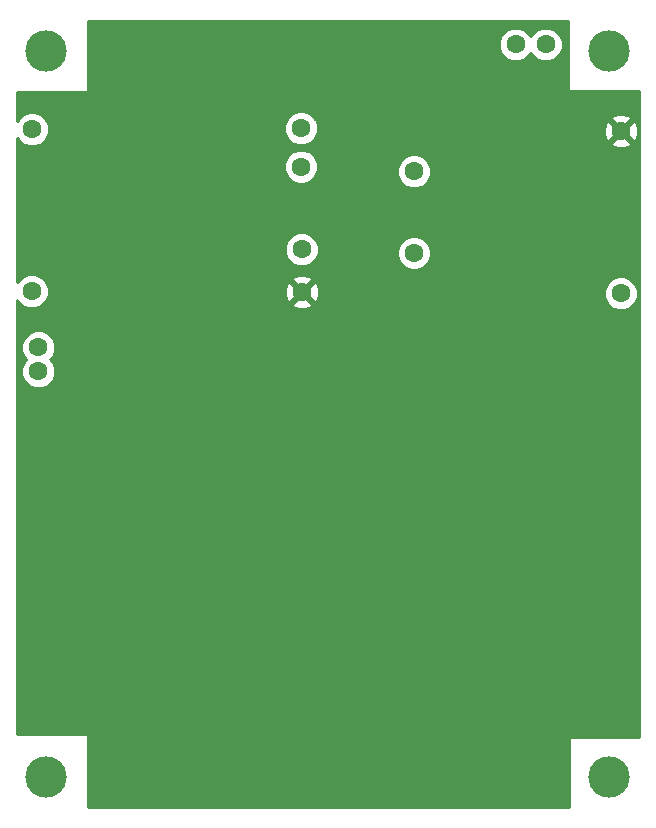
<source format=gbr>
G04 #@! TF.GenerationSoftware,KiCad,Pcbnew,5.0.2+dfsg1-1~bpo9+1*
G04 #@! TF.CreationDate,2019-07-11T09:36:16+01:00*
G04 #@! TF.ProjectId,arduboy_with_flashcart_port_smd_back,61726475-626f-4795-9f77-6974685f666c,rev?*
G04 #@! TF.SameCoordinates,Original*
G04 #@! TF.FileFunction,Copper,L2,Bot*
G04 #@! TF.FilePolarity,Positive*
%FSLAX46Y46*%
G04 Gerber Fmt 4.6, Leading zero omitted, Abs format (unit mm)*
G04 Created by KiCad (PCBNEW 5.0.2+dfsg1-1~bpo9+1) date Thu 11 Jul 2019 09:36:16 BST*
%MOMM*%
%LPD*%
G01*
G04 APERTURE LIST*
G04 #@! TA.AperFunction,ComponentPad*
%ADD10C,1.600000*%
G04 #@! TD*
G04 #@! TA.AperFunction,ComponentPad*
%ADD11C,3.500000*%
G04 #@! TD*
G04 #@! TA.AperFunction,Conductor*
%ADD12C,0.254000*%
G04 #@! TD*
G04 APERTURE END LIST*
D10*
G04 #@! TO.P,U1,1*
G04 #@! TO.N,Net-(SW1-Pad2)*
X97993200Y-82727800D03*
G04 #@! TO.P,U1,2*
G04 #@! TO.N,Net-(U1-Pad2)*
X97993200Y-69011800D03*
G04 #@! TO.P,U1,3*
G04 #@! TO.N,Net-(U1-Pad3)*
X80479900Y-79324200D03*
G04 #@! TO.P,U1,4*
G04 #@! TO.N,Net-(U1-Pad4)*
X80479900Y-72415400D03*
G04 #@! TD*
D11*
G04 #@! TO.P,U2,1*
G04 #@! TO.N,Net-(U2-Pad1)*
X49339500Y-123698000D03*
G04 #@! TD*
G04 #@! TO.P,U5,1*
G04 #@! TO.N,Net-(U5-Pad1)*
X49339500Y-62230000D03*
G04 #@! TD*
G04 #@! TO.P,U6,1*
G04 #@! TO.N,Net-(U6-Pad1)*
X97015300Y-123698000D03*
G04 #@! TD*
G04 #@! TO.P,U7,1*
G04 #@! TO.N,Net-(U7-Pad1)*
X97015300Y-62204600D03*
G04 #@! TD*
D10*
G04 #@! TO.P,U8,1*
G04 #@! TO.N,Net-(U1-Pad3)*
X91630500Y-61671200D03*
G04 #@! TO.P,U8,2*
G04 #@! TO.N,Net-(U1-Pad4)*
X89090500Y-61671200D03*
G04 #@! TD*
G04 #@! TO.P,U3,1*
G04 #@! TO.N,Net-(U3-Pad1)*
X48666400Y-87312500D03*
G04 #@! TO.P,U3,2*
G04 #@! TO.N,Net-(U3-Pad2)*
X48666400Y-89344500D03*
G04 #@! TD*
G04 #@! TO.P,U4,1*
G04 #@! TO.N,Net-(U4-Pad1)*
X48133000Y-68846700D03*
G04 #@! TO.P,U4,2*
G04 #@! TO.N,Net-(U4-Pad2)*
X48120300Y-82562700D03*
G04 #@! TO.P,U4,3*
G04 #@! TO.N,Net-(SW1-Pad1)*
X70916800Y-68770500D03*
G04 #@! TO.P,U4,4*
G04 #@! TO.N,Net-(U3-Pad2)*
X70916800Y-72021700D03*
G04 #@! TO.P,U4,6*
G04 #@! TO.N,Net-(U1-Pad2)*
X70980300Y-82626200D03*
G04 #@! TO.P,U4,5*
G04 #@! TO.N,Net-(U3-Pad1)*
X70980300Y-79006700D03*
G04 #@! TD*
D12*
G04 #@! TO.N,Net-(U1-Pad2)*
G36*
X93497400Y-65455800D02*
X93507067Y-65504401D01*
X93534597Y-65545603D01*
X93575799Y-65573133D01*
X93624652Y-65582800D01*
X99531101Y-65571058D01*
X99531100Y-120296340D01*
X93712788Y-120319801D01*
X93664226Y-120329664D01*
X93623136Y-120357360D01*
X93595772Y-120398673D01*
X93586300Y-120446800D01*
X93586300Y-126213800D01*
X52882800Y-126213800D01*
X52882800Y-120154700D01*
X52873133Y-120106099D01*
X52845603Y-120064897D01*
X52804401Y-120037367D01*
X52755800Y-120027700D01*
X46874500Y-120027700D01*
X46874500Y-87027061D01*
X47231400Y-87027061D01*
X47231400Y-87597939D01*
X47449866Y-88125362D01*
X47653004Y-88328500D01*
X47449866Y-88531638D01*
X47231400Y-89059061D01*
X47231400Y-89629939D01*
X47449866Y-90157362D01*
X47853538Y-90561034D01*
X48380961Y-90779500D01*
X48951839Y-90779500D01*
X49479262Y-90561034D01*
X49882934Y-90157362D01*
X50101400Y-89629939D01*
X50101400Y-89059061D01*
X49882934Y-88531638D01*
X49679796Y-88328500D01*
X49882934Y-88125362D01*
X50101400Y-87597939D01*
X50101400Y-87027061D01*
X49882934Y-86499638D01*
X49479262Y-86095966D01*
X48951839Y-85877500D01*
X48380961Y-85877500D01*
X47853538Y-86095966D01*
X47449866Y-86499638D01*
X47231400Y-87027061D01*
X46874500Y-87027061D01*
X46874500Y-83304908D01*
X46903766Y-83375562D01*
X47307438Y-83779234D01*
X47834861Y-83997700D01*
X48405739Y-83997700D01*
X48933162Y-83779234D01*
X49078451Y-83633945D01*
X70152161Y-83633945D01*
X70226295Y-83880064D01*
X70763523Y-84073165D01*
X71333754Y-84045978D01*
X71734305Y-83880064D01*
X71808439Y-83633945D01*
X70980300Y-82805805D01*
X70152161Y-83633945D01*
X49078451Y-83633945D01*
X49336834Y-83375562D01*
X49555300Y-82848139D01*
X49555300Y-82409423D01*
X69533335Y-82409423D01*
X69560522Y-82979654D01*
X69726436Y-83380205D01*
X69972555Y-83454339D01*
X70800695Y-82626200D01*
X71159905Y-82626200D01*
X71988045Y-83454339D01*
X72234164Y-83380205D01*
X72427265Y-82842977D01*
X72408165Y-82442361D01*
X96558200Y-82442361D01*
X96558200Y-83013239D01*
X96776666Y-83540662D01*
X97180338Y-83944334D01*
X97707761Y-84162800D01*
X98278639Y-84162800D01*
X98806062Y-83944334D01*
X99209734Y-83540662D01*
X99428200Y-83013239D01*
X99428200Y-82442361D01*
X99209734Y-81914938D01*
X98806062Y-81511266D01*
X98278639Y-81292800D01*
X97707761Y-81292800D01*
X97180338Y-81511266D01*
X96776666Y-81914938D01*
X96558200Y-82442361D01*
X72408165Y-82442361D01*
X72400078Y-82272746D01*
X72234164Y-81872195D01*
X71988045Y-81798061D01*
X71159905Y-82626200D01*
X70800695Y-82626200D01*
X69972555Y-81798061D01*
X69726436Y-81872195D01*
X69533335Y-82409423D01*
X49555300Y-82409423D01*
X49555300Y-82277261D01*
X49336834Y-81749838D01*
X49205451Y-81618455D01*
X70152161Y-81618455D01*
X70980300Y-82446595D01*
X71808439Y-81618455D01*
X71734305Y-81372336D01*
X71197077Y-81179235D01*
X70626846Y-81206422D01*
X70226295Y-81372336D01*
X70152161Y-81618455D01*
X49205451Y-81618455D01*
X48933162Y-81346166D01*
X48405739Y-81127700D01*
X47834861Y-81127700D01*
X47307438Y-81346166D01*
X46903766Y-81749838D01*
X46874500Y-81820492D01*
X46874500Y-78721261D01*
X69545300Y-78721261D01*
X69545300Y-79292139D01*
X69763766Y-79819562D01*
X70167438Y-80223234D01*
X70694861Y-80441700D01*
X71265739Y-80441700D01*
X71793162Y-80223234D01*
X72196834Y-79819562D01*
X72415300Y-79292139D01*
X72415300Y-79038761D01*
X79044900Y-79038761D01*
X79044900Y-79609639D01*
X79263366Y-80137062D01*
X79667038Y-80540734D01*
X80194461Y-80759200D01*
X80765339Y-80759200D01*
X81292762Y-80540734D01*
X81696434Y-80137062D01*
X81914900Y-79609639D01*
X81914900Y-79038761D01*
X81696434Y-78511338D01*
X81292762Y-78107666D01*
X80765339Y-77889200D01*
X80194461Y-77889200D01*
X79667038Y-78107666D01*
X79263366Y-78511338D01*
X79044900Y-79038761D01*
X72415300Y-79038761D01*
X72415300Y-78721261D01*
X72196834Y-78193838D01*
X71793162Y-77790166D01*
X71265739Y-77571700D01*
X70694861Y-77571700D01*
X70167438Y-77790166D01*
X69763766Y-78193838D01*
X69545300Y-78721261D01*
X46874500Y-78721261D01*
X46874500Y-71736261D01*
X69481800Y-71736261D01*
X69481800Y-72307139D01*
X69700266Y-72834562D01*
X70103938Y-73238234D01*
X70631361Y-73456700D01*
X71202239Y-73456700D01*
X71729662Y-73238234D01*
X72133334Y-72834562D01*
X72351800Y-72307139D01*
X72351800Y-72129961D01*
X79044900Y-72129961D01*
X79044900Y-72700839D01*
X79263366Y-73228262D01*
X79667038Y-73631934D01*
X80194461Y-73850400D01*
X80765339Y-73850400D01*
X81292762Y-73631934D01*
X81696434Y-73228262D01*
X81914900Y-72700839D01*
X81914900Y-72129961D01*
X81696434Y-71602538D01*
X81292762Y-71198866D01*
X80765339Y-70980400D01*
X80194461Y-70980400D01*
X79667038Y-71198866D01*
X79263366Y-71602538D01*
X79044900Y-72129961D01*
X72351800Y-72129961D01*
X72351800Y-71736261D01*
X72133334Y-71208838D01*
X71729662Y-70805166D01*
X71202239Y-70586700D01*
X70631361Y-70586700D01*
X70103938Y-70805166D01*
X69700266Y-71208838D01*
X69481800Y-71736261D01*
X46874500Y-71736261D01*
X46874500Y-69558247D01*
X46916466Y-69659562D01*
X47320138Y-70063234D01*
X47847561Y-70281700D01*
X48418439Y-70281700D01*
X48945862Y-70063234D01*
X49349534Y-69659562D01*
X49568000Y-69132139D01*
X49568000Y-68561261D01*
X49536437Y-68485061D01*
X69481800Y-68485061D01*
X69481800Y-69055939D01*
X69700266Y-69583362D01*
X70103938Y-69987034D01*
X70631361Y-70205500D01*
X71202239Y-70205500D01*
X71651173Y-70019545D01*
X97165061Y-70019545D01*
X97239195Y-70265664D01*
X97776423Y-70458765D01*
X98346654Y-70431578D01*
X98747205Y-70265664D01*
X98821339Y-70019545D01*
X97993200Y-69191405D01*
X97165061Y-70019545D01*
X71651173Y-70019545D01*
X71729662Y-69987034D01*
X72133334Y-69583362D01*
X72351800Y-69055939D01*
X72351800Y-68795023D01*
X96546235Y-68795023D01*
X96573422Y-69365254D01*
X96739336Y-69765805D01*
X96985455Y-69839939D01*
X97813595Y-69011800D01*
X98172805Y-69011800D01*
X99000945Y-69839939D01*
X99247064Y-69765805D01*
X99440165Y-69228577D01*
X99412978Y-68658346D01*
X99247064Y-68257795D01*
X99000945Y-68183661D01*
X98172805Y-69011800D01*
X97813595Y-69011800D01*
X96985455Y-68183661D01*
X96739336Y-68257795D01*
X96546235Y-68795023D01*
X72351800Y-68795023D01*
X72351800Y-68485061D01*
X72152561Y-68004055D01*
X97165061Y-68004055D01*
X97993200Y-68832195D01*
X98821339Y-68004055D01*
X98747205Y-67757936D01*
X98209977Y-67564835D01*
X97639746Y-67592022D01*
X97239195Y-67757936D01*
X97165061Y-68004055D01*
X72152561Y-68004055D01*
X72133334Y-67957638D01*
X71729662Y-67553966D01*
X71202239Y-67335500D01*
X70631361Y-67335500D01*
X70103938Y-67553966D01*
X69700266Y-67957638D01*
X69481800Y-68485061D01*
X49536437Y-68485061D01*
X49349534Y-68033838D01*
X48945862Y-67630166D01*
X48418439Y-67411700D01*
X47847561Y-67411700D01*
X47320138Y-67630166D01*
X46916466Y-68033838D01*
X46874500Y-68135153D01*
X46874500Y-65735200D01*
X52781200Y-65735200D01*
X52829801Y-65725533D01*
X52871003Y-65698003D01*
X52898533Y-65656801D01*
X52908200Y-65608200D01*
X52908200Y-61385761D01*
X87655500Y-61385761D01*
X87655500Y-61956639D01*
X87873966Y-62484062D01*
X88277638Y-62887734D01*
X88805061Y-63106200D01*
X89375939Y-63106200D01*
X89903362Y-62887734D01*
X90307034Y-62484062D01*
X90360500Y-62354984D01*
X90413966Y-62484062D01*
X90817638Y-62887734D01*
X91345061Y-63106200D01*
X91915939Y-63106200D01*
X92443362Y-62887734D01*
X92847034Y-62484062D01*
X93065500Y-61956639D01*
X93065500Y-61385761D01*
X92847034Y-60858338D01*
X92443362Y-60454666D01*
X91915939Y-60236200D01*
X91345061Y-60236200D01*
X90817638Y-60454666D01*
X90413966Y-60858338D01*
X90360500Y-60987416D01*
X90307034Y-60858338D01*
X89903362Y-60454666D01*
X89375939Y-60236200D01*
X88805061Y-60236200D01*
X88277638Y-60454666D01*
X87873966Y-60858338D01*
X87655500Y-61385761D01*
X52908200Y-61385761D01*
X52908200Y-59714200D01*
X93497400Y-59714200D01*
X93497400Y-65455800D01*
X93497400Y-65455800D01*
G37*
X93497400Y-65455800D02*
X93507067Y-65504401D01*
X93534597Y-65545603D01*
X93575799Y-65573133D01*
X93624652Y-65582800D01*
X99531101Y-65571058D01*
X99531100Y-120296340D01*
X93712788Y-120319801D01*
X93664226Y-120329664D01*
X93623136Y-120357360D01*
X93595772Y-120398673D01*
X93586300Y-120446800D01*
X93586300Y-126213800D01*
X52882800Y-126213800D01*
X52882800Y-120154700D01*
X52873133Y-120106099D01*
X52845603Y-120064897D01*
X52804401Y-120037367D01*
X52755800Y-120027700D01*
X46874500Y-120027700D01*
X46874500Y-87027061D01*
X47231400Y-87027061D01*
X47231400Y-87597939D01*
X47449866Y-88125362D01*
X47653004Y-88328500D01*
X47449866Y-88531638D01*
X47231400Y-89059061D01*
X47231400Y-89629939D01*
X47449866Y-90157362D01*
X47853538Y-90561034D01*
X48380961Y-90779500D01*
X48951839Y-90779500D01*
X49479262Y-90561034D01*
X49882934Y-90157362D01*
X50101400Y-89629939D01*
X50101400Y-89059061D01*
X49882934Y-88531638D01*
X49679796Y-88328500D01*
X49882934Y-88125362D01*
X50101400Y-87597939D01*
X50101400Y-87027061D01*
X49882934Y-86499638D01*
X49479262Y-86095966D01*
X48951839Y-85877500D01*
X48380961Y-85877500D01*
X47853538Y-86095966D01*
X47449866Y-86499638D01*
X47231400Y-87027061D01*
X46874500Y-87027061D01*
X46874500Y-83304908D01*
X46903766Y-83375562D01*
X47307438Y-83779234D01*
X47834861Y-83997700D01*
X48405739Y-83997700D01*
X48933162Y-83779234D01*
X49078451Y-83633945D01*
X70152161Y-83633945D01*
X70226295Y-83880064D01*
X70763523Y-84073165D01*
X71333754Y-84045978D01*
X71734305Y-83880064D01*
X71808439Y-83633945D01*
X70980300Y-82805805D01*
X70152161Y-83633945D01*
X49078451Y-83633945D01*
X49336834Y-83375562D01*
X49555300Y-82848139D01*
X49555300Y-82409423D01*
X69533335Y-82409423D01*
X69560522Y-82979654D01*
X69726436Y-83380205D01*
X69972555Y-83454339D01*
X70800695Y-82626200D01*
X71159905Y-82626200D01*
X71988045Y-83454339D01*
X72234164Y-83380205D01*
X72427265Y-82842977D01*
X72408165Y-82442361D01*
X96558200Y-82442361D01*
X96558200Y-83013239D01*
X96776666Y-83540662D01*
X97180338Y-83944334D01*
X97707761Y-84162800D01*
X98278639Y-84162800D01*
X98806062Y-83944334D01*
X99209734Y-83540662D01*
X99428200Y-83013239D01*
X99428200Y-82442361D01*
X99209734Y-81914938D01*
X98806062Y-81511266D01*
X98278639Y-81292800D01*
X97707761Y-81292800D01*
X97180338Y-81511266D01*
X96776666Y-81914938D01*
X96558200Y-82442361D01*
X72408165Y-82442361D01*
X72400078Y-82272746D01*
X72234164Y-81872195D01*
X71988045Y-81798061D01*
X71159905Y-82626200D01*
X70800695Y-82626200D01*
X69972555Y-81798061D01*
X69726436Y-81872195D01*
X69533335Y-82409423D01*
X49555300Y-82409423D01*
X49555300Y-82277261D01*
X49336834Y-81749838D01*
X49205451Y-81618455D01*
X70152161Y-81618455D01*
X70980300Y-82446595D01*
X71808439Y-81618455D01*
X71734305Y-81372336D01*
X71197077Y-81179235D01*
X70626846Y-81206422D01*
X70226295Y-81372336D01*
X70152161Y-81618455D01*
X49205451Y-81618455D01*
X48933162Y-81346166D01*
X48405739Y-81127700D01*
X47834861Y-81127700D01*
X47307438Y-81346166D01*
X46903766Y-81749838D01*
X46874500Y-81820492D01*
X46874500Y-78721261D01*
X69545300Y-78721261D01*
X69545300Y-79292139D01*
X69763766Y-79819562D01*
X70167438Y-80223234D01*
X70694861Y-80441700D01*
X71265739Y-80441700D01*
X71793162Y-80223234D01*
X72196834Y-79819562D01*
X72415300Y-79292139D01*
X72415300Y-79038761D01*
X79044900Y-79038761D01*
X79044900Y-79609639D01*
X79263366Y-80137062D01*
X79667038Y-80540734D01*
X80194461Y-80759200D01*
X80765339Y-80759200D01*
X81292762Y-80540734D01*
X81696434Y-80137062D01*
X81914900Y-79609639D01*
X81914900Y-79038761D01*
X81696434Y-78511338D01*
X81292762Y-78107666D01*
X80765339Y-77889200D01*
X80194461Y-77889200D01*
X79667038Y-78107666D01*
X79263366Y-78511338D01*
X79044900Y-79038761D01*
X72415300Y-79038761D01*
X72415300Y-78721261D01*
X72196834Y-78193838D01*
X71793162Y-77790166D01*
X71265739Y-77571700D01*
X70694861Y-77571700D01*
X70167438Y-77790166D01*
X69763766Y-78193838D01*
X69545300Y-78721261D01*
X46874500Y-78721261D01*
X46874500Y-71736261D01*
X69481800Y-71736261D01*
X69481800Y-72307139D01*
X69700266Y-72834562D01*
X70103938Y-73238234D01*
X70631361Y-73456700D01*
X71202239Y-73456700D01*
X71729662Y-73238234D01*
X72133334Y-72834562D01*
X72351800Y-72307139D01*
X72351800Y-72129961D01*
X79044900Y-72129961D01*
X79044900Y-72700839D01*
X79263366Y-73228262D01*
X79667038Y-73631934D01*
X80194461Y-73850400D01*
X80765339Y-73850400D01*
X81292762Y-73631934D01*
X81696434Y-73228262D01*
X81914900Y-72700839D01*
X81914900Y-72129961D01*
X81696434Y-71602538D01*
X81292762Y-71198866D01*
X80765339Y-70980400D01*
X80194461Y-70980400D01*
X79667038Y-71198866D01*
X79263366Y-71602538D01*
X79044900Y-72129961D01*
X72351800Y-72129961D01*
X72351800Y-71736261D01*
X72133334Y-71208838D01*
X71729662Y-70805166D01*
X71202239Y-70586700D01*
X70631361Y-70586700D01*
X70103938Y-70805166D01*
X69700266Y-71208838D01*
X69481800Y-71736261D01*
X46874500Y-71736261D01*
X46874500Y-69558247D01*
X46916466Y-69659562D01*
X47320138Y-70063234D01*
X47847561Y-70281700D01*
X48418439Y-70281700D01*
X48945862Y-70063234D01*
X49349534Y-69659562D01*
X49568000Y-69132139D01*
X49568000Y-68561261D01*
X49536437Y-68485061D01*
X69481800Y-68485061D01*
X69481800Y-69055939D01*
X69700266Y-69583362D01*
X70103938Y-69987034D01*
X70631361Y-70205500D01*
X71202239Y-70205500D01*
X71651173Y-70019545D01*
X97165061Y-70019545D01*
X97239195Y-70265664D01*
X97776423Y-70458765D01*
X98346654Y-70431578D01*
X98747205Y-70265664D01*
X98821339Y-70019545D01*
X97993200Y-69191405D01*
X97165061Y-70019545D01*
X71651173Y-70019545D01*
X71729662Y-69987034D01*
X72133334Y-69583362D01*
X72351800Y-69055939D01*
X72351800Y-68795023D01*
X96546235Y-68795023D01*
X96573422Y-69365254D01*
X96739336Y-69765805D01*
X96985455Y-69839939D01*
X97813595Y-69011800D01*
X98172805Y-69011800D01*
X99000945Y-69839939D01*
X99247064Y-69765805D01*
X99440165Y-69228577D01*
X99412978Y-68658346D01*
X99247064Y-68257795D01*
X99000945Y-68183661D01*
X98172805Y-69011800D01*
X97813595Y-69011800D01*
X96985455Y-68183661D01*
X96739336Y-68257795D01*
X96546235Y-68795023D01*
X72351800Y-68795023D01*
X72351800Y-68485061D01*
X72152561Y-68004055D01*
X97165061Y-68004055D01*
X97993200Y-68832195D01*
X98821339Y-68004055D01*
X98747205Y-67757936D01*
X98209977Y-67564835D01*
X97639746Y-67592022D01*
X97239195Y-67757936D01*
X97165061Y-68004055D01*
X72152561Y-68004055D01*
X72133334Y-67957638D01*
X71729662Y-67553966D01*
X71202239Y-67335500D01*
X70631361Y-67335500D01*
X70103938Y-67553966D01*
X69700266Y-67957638D01*
X69481800Y-68485061D01*
X49536437Y-68485061D01*
X49349534Y-68033838D01*
X48945862Y-67630166D01*
X48418439Y-67411700D01*
X47847561Y-67411700D01*
X47320138Y-67630166D01*
X46916466Y-68033838D01*
X46874500Y-68135153D01*
X46874500Y-65735200D01*
X52781200Y-65735200D01*
X52829801Y-65725533D01*
X52871003Y-65698003D01*
X52898533Y-65656801D01*
X52908200Y-65608200D01*
X52908200Y-61385761D01*
X87655500Y-61385761D01*
X87655500Y-61956639D01*
X87873966Y-62484062D01*
X88277638Y-62887734D01*
X88805061Y-63106200D01*
X89375939Y-63106200D01*
X89903362Y-62887734D01*
X90307034Y-62484062D01*
X90360500Y-62354984D01*
X90413966Y-62484062D01*
X90817638Y-62887734D01*
X91345061Y-63106200D01*
X91915939Y-63106200D01*
X92443362Y-62887734D01*
X92847034Y-62484062D01*
X93065500Y-61956639D01*
X93065500Y-61385761D01*
X92847034Y-60858338D01*
X92443362Y-60454666D01*
X91915939Y-60236200D01*
X91345061Y-60236200D01*
X90817638Y-60454666D01*
X90413966Y-60858338D01*
X90360500Y-60987416D01*
X90307034Y-60858338D01*
X89903362Y-60454666D01*
X89375939Y-60236200D01*
X88805061Y-60236200D01*
X88277638Y-60454666D01*
X87873966Y-60858338D01*
X87655500Y-61385761D01*
X52908200Y-61385761D01*
X52908200Y-59714200D01*
X93497400Y-59714200D01*
X93497400Y-65455800D01*
G04 #@! TD*
M02*

</source>
